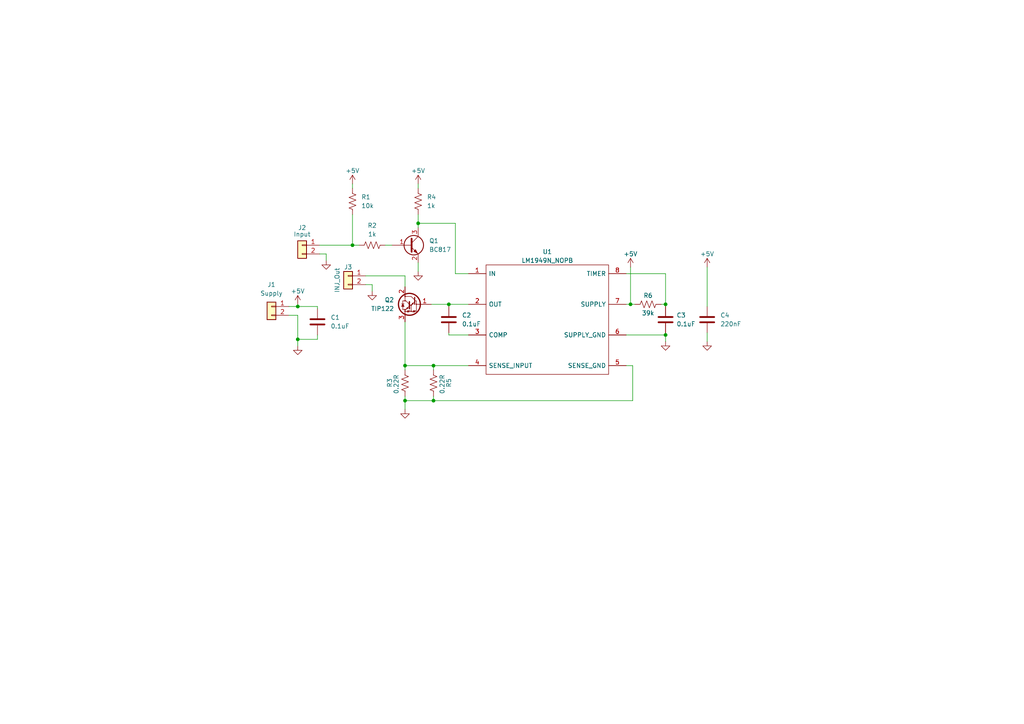
<source format=kicad_sch>
(kicad_sch (version 20211123) (generator eeschema)
  (paper "A4")
  (lib_symbols
    (symbol "Connector_Generic:Conn_01x02" (pin_names (offset 1.016) hide)
      (property "Reference" "J" (at 0 2.54 0))
      (property "Value" "Conn_01x02" (at 0 -5.08 0))
      (symbol "Conn_01x02_1_1"
        (rectangle (start -1.27 -2.413) (end 0 -2.667) (stroke (width 0.1524)))
        (rectangle (start -1.27 0.127) (end 0 -0.127) (stroke (width 0.1524)))
        (rectangle (start -1.27 1.27) (end 1.27 -3.81) (stroke (width 0.254)) (fill (type background)))
        (pin passive line (at -5.08 0 0) (length 3.81) (name "Pin_1") (number "1"))
        (pin passive line (at -5.08 -2.54 0) (length 3.81) (name "Pin_2") (number "2"))
      )
    )
    (symbol "Device:C" (pin_numbers hide) (pin_names (offset 0.254))
      (property "Reference" "C" (at 0.635 2.54 0))
      (property "Value" "C" (at 0.635 -2.54 0))
      (symbol "C_0_1"
        (polyline (pts (xy -2.032 -0.762) (xy 2.032 -0.762)) (stroke (width 0.508)))
        (polyline (pts (xy -2.032 0.762) (xy 2.032 0.762)) (stroke (width 0.508)))
      )
      (symbol "C_1_1"
        (pin passive line (at 0 3.81 270) (length 2.794) (name "~") (number "1"))
        (pin passive line (at 0 -3.81 90) (length 2.794) (name "~") (number "2"))
      )
    )
    (symbol "Device:R_US" (pin_numbers hide) (pin_names (offset 0))
      (property "Reference" "R" (at 2.54 0 90))
      (property "Value" "R_US" (at -2.54 0 90))
      (symbol "R_US_0_1"
        (polyline (pts (xy 0 -2.286) (xy 0 -2.54)))
        (polyline (pts (xy 0 2.286) (xy 0 2.54)))
        (polyline (pts (xy 0 -0.762) (xy 1.016 -1.143) (xy 0 -1.524) (xy -1.016 -1.905) (xy 0 -2.286)))
        (polyline (pts (xy 0 0.762) (xy 1.016 0.381) (xy 0 0) (xy -1.016 -0.381) (xy 0 -0.762)))
        (polyline (pts (xy 0 2.286) (xy 1.016 1.905) (xy 0 1.524) (xy -1.016 1.143) (xy 0 0.762)))
      )
      (symbol "R_US_1_1"
        (pin passive line (at 0 3.81 270) (length 1.27) (name "~") (number "1"))
        (pin passive line (at 0 -3.81 90) (length 1.27) (name "~") (number "2"))
      )
    )
    (symbol "LM1949N:LM1949N_NOPB" (pin_names (offset 0.762))
      (property "Reference" "U" (at 41.91 7.62 0))
      (property "Value" "LM1949N_NOPB" (at 41.91 5.08 0))
      (symbol "LM1949N_NOPB_0_0"
        (pin input line (at 0 0 0) (length 5.08) (name "IN") (number "1"))
        (pin output line (at 0 -8.89 0) (length 5.08) (name "OUT") (number "2"))
        (pin passive line (at 0 -17.78 0) (length 5.08) (name "COMP") (number "3"))
        (pin passive line (at 0 -26.67 0) (length 5.08) (name "SENSE_INPUT") (number "4"))
        (pin passive line (at 45.72 -26.67 180) (length 5.08) (name "SENSE_GND") (number "5"))
        (pin passive line (at 45.72 -17.78 180) (length 5.08) (name "SUPPLY_GND") (number "6"))
        (pin power_in line (at 45.72 -8.89 180) (length 5.08) (name "SUPPLY") (number "7"))
        (pin power_in line (at 45.72 0 180) (length 5.08) (name "TIMER") (number "8"))
      )
      (symbol "LM1949N_NOPB_0_1"
        (polyline (pts (xy 5.08 2.54) (xy 40.64 2.54) (xy 40.64 -29.21) (xy 5.08 -29.21) (xy 5.08 2.54)) (stroke (width 0.1524)))
      )
    )
    (symbol "Transistor_BJT:BC817" (pin_names (offset 0) hide)
      (property "Reference" "Q" (at 5.08 1.905 0))
      (property "Value" "BC817" (at 5.08 0 0))
      (symbol "BC817_0_1"
        (polyline (pts (xy 0.635 0.635) (xy 2.54 2.54)))
        (polyline (pts (xy 0.635 -0.635) (xy 2.54 -2.54) (xy 2.54 -2.54)))
        (polyline (pts (xy 0.635 1.905) (xy 0.635 -1.905) (xy 0.635 -1.905)) (stroke (width 0.508)))
        (polyline (pts (xy 1.27 -1.778) (xy 1.778 -1.27) (xy 2.286 -2.286) (xy 1.27 -1.778) (xy 1.27 -1.778)) (fill (type outline)))
        (circle (center 1.27 0) (radius 2.8194) (stroke (width 0.254)))
      )
      (symbol "BC817_1_1"
        (pin input line (at -5.08 0 0) (length 5.715) (name "B") (number "1"))
        (pin passive line (at 2.54 -5.08 90) (length 2.54) (name "E") (number "2"))
        (pin passive line (at 2.54 5.08 270) (length 2.54) (name "C") (number "3"))
      )
    )
    (symbol "Transistor_BJT:TIP122" (pin_names (offset 0) hide)
      (property "Reference" "Q" (at 5.08 1.905 0))
      (property "Value" "TIP122" (at 5.08 0 0))
      (symbol "TIP122_0_1"
        (circle (center -0.762 0) (radius 0.127))
        (polyline (pts (xy -1.27 0) (xy -0.889 0)))
        (polyline (pts (xy 2.54 -2.032) (xy 2.54 -2.54)))
        (polyline (pts (xy 2.54 -1.524) (xy 3.175 -1.524)))
        (polyline (pts (xy 2.794 0.127) (xy 3.556 0.127)))
        (polyline (pts (xy 3.175 -0.635) (xy 3.175 -1.524)))
        (polyline (pts (xy 3.175 1.016) (xy 2.54 1.016)))
        (polyline (pts (xy 3.175 1.016) (xy 3.175 0.127)))
        (polyline (pts (xy -0.254 0.762) (xy 0.762 -0.254) (xy 1.27 -0.254)))
        (polyline (pts (xy -0.254 1.016) (xy -0.762 1.016) (xy -0.762 -2.032)))
        (polyline (pts (xy -0.254 1.27) (xy 0.762 2.286) (xy 2.54 2.286)))
        (polyline (pts (xy -0.254 2.032) (xy -0.254 0) (xy -0.254 0)) (stroke (width 0.3048)))
        (polyline (pts (xy 1.27 0.762) (xy 1.27 -1.27) (xy 1.27 -1.27)) (stroke (width 0.381)))
        (polyline (pts (xy 0.635 -0.127) (xy 0.381 0.381) (xy 0.127 0.127) (xy 0.635 -0.127)))
        (polyline (pts (xy 1.27 -0.508) (xy 2.286 -1.524) (xy 2.54 -1.524) (xy 2.54 -2.032)))
        (polyline (pts (xy 1.27 0) (xy 2.286 1.016) (xy 2.54 1.016) (xy 2.54 2.286)))
        (polyline (pts (xy 2.159 -1.397) (xy 1.905 -0.889) (xy 1.651 -1.143) (xy 2.159 -1.397)))
        (polyline (pts (xy 3.175 0.127) (xy 2.794 -0.635) (xy 3.556 -0.635) (xy 3.175 0.127)) (fill (type outline)))
        (polyline (pts (xy 0.762 -2.032) (xy 0.381 -2.032) (xy 0.254 -2.286) (xy 0.127 -1.778) (xy 0 -2.286) (xy -0.127 -1.778) (xy -0.254 -2.286) (xy -0.381 -1.778) (xy -0.508 -2.032) (xy -0.762 -2.032)))
        (polyline (pts (xy 0.762 -0.254) (xy 0.762 -2.032) (xy 1.143 -2.032) (xy 1.27 -1.778) (xy 1.397 -2.286) (xy 1.524 -1.778) (xy 1.651 -2.286) (xy 1.778 -1.778) (xy 1.905 -2.286) (xy 2.032 -2.032) (xy 2.54 -2.032)))
        (circle (center 0.762 -2.032) (radius 0.127))
        (circle (center 0.762 -0.254) (radius 0.127))
        (circle (center 1.27 0) (radius 3.175) (stroke (width 0.3556)))
        (circle (center 2.54 -2.032) (radius 0.127))
        (circle (center 2.54 -1.524) (radius 0.127))
        (circle (center 2.54 1.016) (radius 0.127))
        (circle (center 2.54 2.286) (radius 0.127))
      )
      (symbol "TIP122_1_1"
        (pin input line (at -5.08 0 0) (length 3.81) (name "B") (number "1"))
        (pin passive line (at 2.54 5.08 270) (length 2.667) (name "C") (number "2"))
        (pin passive line (at 2.54 -5.08 90) (length 2.54) (name "E") (number "3"))
      )
    )
    (symbol "power:+5V" (power) (pin_names (offset 0))
      (property "Value" "+5V" (at 0 3.556 0))
      (symbol "+5V_0_1"
        (polyline (pts (xy -0.762 1.27) (xy 0 2.54)))
        (polyline (pts (xy 0 0) (xy 0 2.54)))
        (polyline (pts (xy 0 2.54) (xy 0.762 1.27)))
      )
      (symbol "+5V_1_1"
        (pin power_in line (at 0 0 90) (length 0) hide (name "+5V") (number "1"))
      )
    )
    (symbol "power:GND" (power) (pin_names (offset 0))
      (property "Value" "GND" (at 0 -3.81 0))
      (symbol "GND_0_1"
        (polyline (pts (xy 0 0) (xy 0 -1.27) (xy 1.27 -1.27) (xy 0 -2.54) (xy -1.27 -1.27) (xy 0 -1.27)))
      )
      (symbol "GND_1_1"
        (pin power_in line (at 0 0 270) (length 0) hide (name "GND") (number "1"))
      )
    )
  )
  (junction (at 102.235 71.12))
  (junction (at 193.04 88.265))
  (junction (at 86.36 98.425))
  (junction (at 86.36 88.9))
  (junction (at 121.285 64.77))
  (junction (at 125.73 116.205))
  (junction (at 117.475 116.205))
  (junction (at 193.04 97.155))
  (junction (at 130.175 88.265))
  (junction (at 125.73 106.045))
  (junction (at 182.88 88.265))
  (junction (at 117.475 106.045))
  (wire (pts (xy 135.89 79.375) (xy 132.08 79.375)))
  (wire (pts (xy 111.76 71.12) (xy 113.665 71.12)))
  (wire (pts (xy 135.89 97.155) (xy 130.175 97.155)))
  (wire (pts (xy 135.89 88.265) (xy 130.175 88.265)))
  (wire (pts (xy 86.36 98.425) (xy 86.36 91.44)))
  (wire (pts (xy 181.61 97.155) (xy 193.04 97.155)))
  (wire (pts (xy 125.73 106.045) (xy 135.89 106.045)))
  (wire (pts (xy 94.615 73.66) (xy 92.71 73.66)))
  (wire (pts (xy 117.475 93.345) (xy 117.475 106.045)))
  (wire (pts (xy 182.88 88.265) (xy 184.15 88.265)))
  (wire (pts (xy 193.04 79.375) (xy 193.04 88.265)))
  (wire (pts (xy 102.235 71.12) (xy 104.14 71.12)))
  (wire (pts (xy 193.04 88.265) (xy 193.04 88.9)))
  (wire (pts (xy 130.175 88.265) (xy 130.175 88.9)))
  (wire (pts (xy 86.36 100.33) (xy 86.36 98.425)))
  (wire (pts (xy 121.285 53.34) (xy 121.285 54.61)))
  (wire (pts (xy 94.615 75.565) (xy 94.615 73.66)))
  (wire (pts (xy 117.475 116.205) (xy 117.475 118.745)))
  (wire (pts (xy 130.175 97.155) (xy 130.175 96.52)))
  (wire (pts (xy 107.95 82.55) (xy 106.045 82.55)))
  (wire (pts (xy 181.61 79.375) (xy 193.04 79.375)))
  (wire (pts (xy 117.475 106.045) (xy 117.475 107.315)))
  (wire (pts (xy 205.105 77.47) (xy 205.105 88.9)))
  (wire (pts (xy 193.04 88.265) (xy 191.77 88.265)))
  (wire (pts (xy 181.61 106.045) (xy 183.515 106.045)))
  (wire (pts (xy 107.95 84.455) (xy 107.95 82.55)))
  (wire (pts (xy 121.285 64.77) (xy 121.285 66.04)))
  (wire (pts (xy 121.285 62.23) (xy 121.285 64.77)))
  (wire (pts (xy 125.095 88.265) (xy 130.175 88.265)))
  (wire (pts (xy 193.04 97.155) (xy 193.04 96.52)))
  (wire (pts (xy 117.475 83.185) (xy 117.475 80.01)))
  (wire (pts (xy 125.73 114.935) (xy 125.73 116.205)))
  (wire (pts (xy 86.36 91.44) (xy 83.82 91.44)))
  (wire (pts (xy 92.71 71.12) (xy 102.235 71.12)))
  (wire (pts (xy 193.04 97.155) (xy 193.04 99.06)))
  (wire (pts (xy 106.045 80.01) (xy 117.475 80.01)))
  (wire (pts (xy 132.08 64.77) (xy 121.285 64.77)))
  (wire (pts (xy 181.61 88.265) (xy 182.88 88.265)))
  (wire (pts (xy 92.075 97.155) (xy 92.075 98.425)))
  (wire (pts (xy 102.235 62.23) (xy 102.235 71.12)))
  (wire (pts (xy 125.73 107.315) (xy 125.73 106.045)))
  (wire (pts (xy 183.515 116.205) (xy 125.73 116.205)))
  (wire (pts (xy 132.08 64.77) (xy 132.08 79.375)))
  (wire (pts (xy 92.075 98.425) (xy 86.36 98.425)))
  (wire (pts (xy 205.105 96.52) (xy 205.105 99.06)))
  (wire (pts (xy 86.36 88.9) (xy 83.82 88.9)))
  (wire (pts (xy 102.235 53.34) (xy 102.235 54.61)))
  (wire (pts (xy 117.475 114.935) (xy 117.475 116.205)))
  (wire (pts (xy 92.075 88.9) (xy 86.36 88.9)))
  (wire (pts (xy 183.515 106.045) (xy 183.515 116.205)))
  (wire (pts (xy 182.88 77.47) (xy 182.88 88.265)))
  (wire (pts (xy 117.475 106.045) (xy 125.73 106.045)))
  (wire (pts (xy 121.285 76.2) (xy 121.285 78.74)))
  (wire (pts (xy 86.36 88.265) (xy 86.36 88.9)))
  (wire (pts (xy 92.075 89.535) (xy 92.075 88.9)))
  (wire (pts (xy 125.73 116.205) (xy 117.475 116.205)))
  (symbol (lib_id "Device:R_US") (at 102.235 58.42 0) (unit 1)
    (property "Reference" "R1" (at 104.775 57.1499 0) (effects (justify left)))
    (property "Value" "10k" (at 104.775 59.6899 0) (effects (justify left)))
    (property "Footprint" "Resistor_SMD:R_0805_2012Metric_Pad1.20x1.40mm_HandSolder" (effects hide))
    (property "JLC Pt. Num" "C416062" (effects hide))
  )
  (symbol (lib_id "power:GND") (at 205.105 99.06 0) (unit 1)
    (property "Reference" "#PWR010" (effects hide))
    (property "Value" "GND" (effects hide))
  )
  (symbol (lib_id "Device:C") (at 130.175 92.71 0) (unit 1)
    (property "Reference" "C2" (at 133.985 91.4399 0) (effects (justify left)))
    (property "Value" "0.1uF" (at 133.985 93.9799 0) (effects (justify left)))
    (property "Footprint" "Capacitor_SMD:C_0805_2012Metric_Pad1.18x1.45mm_HandSolder" (effects hide))
    (property "JLC Pt. Num" "C126469" (effects hide))
  )
  (symbol (lib_id "Device:C") (at 193.04 92.71 0) (unit 1)
    (property "Reference" "C3" (at 196.215 91.4399 0) (effects (justify left)))
    (property "Value" "0.1uF" (at 196.215 93.9799 0) (effects (justify left)))
    (property "Footprint" "Capacitor_SMD:C_0805_2012Metric_Pad1.18x1.45mm_HandSolder" (effects hide))
    (property "JLC Pt. Num" "C126469" (effects hide))
  )
  (symbol (lib_id "Transistor_BJT:BC817") (at 118.745 71.12 0) (unit 1)
    (property "Reference" "Q1" (at 124.46 69.8499 0) (effects (justify left)))
    (property "Value" "BC817" (at 124.46 72.3899 0) (effects (justify left)))
    (property "Footprint" "Package_TO_SOT_SMD:SOT-23" (effects hide))
    (property "Datasheet" "https://www.onsemi.com/pub/Collateral/BC818-D.pdf" (effects hide))
    (property "JLC Pt. Num" "C475629" (effects hide))
  )
  (symbol (lib_id "power:+5V") (at 86.36 88.265 0) (unit 1)
    (property "Reference" "#PWR01" (effects hide))
    (property "Value" "+5V" (at 86.36 84.455 0))
  )
  (symbol (lib_id "Device:C") (at 92.075 93.345 0) (unit 1)
    (property "Reference" "C1" (at 95.885 92.0749 0) (effects (justify left)))
    (property "Value" "0.1uF" (at 95.885 94.6149 0) (effects (justify left)))
    (property "Footprint" "Capacitor_SMD:C_0805_2012Metric_Pad1.18x1.45mm_HandSolder" (effects hide))
    (property "JLC Pt. Num" "C126469" (effects hide))
  )
  (symbol (lib_id "Device:R_US") (at 121.285 58.42 0) (unit 1)
    (property "Reference" "R4" (at 123.825 57.1499 0) (effects (justify left)))
    (property "Value" "1k" (at 123.825 59.6899 0) (effects (justify left)))
    (property "Footprint" "Resistor_SMD:R_0805_2012Metric_Pad1.20x1.40mm_HandSolder" (effects hide))
    (property "JLC Pt. Num" "C100046" (effects hide))
  )
  (symbol (lib_id "LM1949N:LM1949N_NOPB") (at 135.89 79.375 0) (unit 1)
    (property "Reference" "U1" (at 158.75 73.025 0))
    (property "Value" "LM1949N_NOPB" (at 158.75 75.565 0))
    (property "Footprint" "Package_DIP:DIP-8_W7.62mm_LongPads" (effects hide))
    (property "Datasheet" "http://www.ti.com/lit/gpn/lm1949" (effects hide))
    (property "JLC Pt. Num" "NC" (effects hide))
  )
  (symbol (lib_id "power:+5V") (at 205.105 77.47 0) (unit 1)
    (property "Reference" "#PWR09" (effects hide))
    (property "Value" "+5V" (at 205.105 73.66 0))
  )
  (symbol (lib_id "power:+5V") (at 121.285 53.34 0) (unit 1)
    (property "Reference" "#PWR05" (effects hide))
    (property "Value" "+5V" (at 121.285 49.53 0))
  )
  (symbol (lib_id "power:+5V") (at 102.235 53.34 0) (unit 1)
    (property "Reference" "#PWR03" (effects hide))
    (property "Value" "+5V" (at 102.235 49.53 0))
  )
  (symbol (lib_id "power:GND") (at 193.04 99.06 0) (unit 1)
    (property "Reference" "#PWR08" (effects hide))
    (property "Value" "GND" (effects hide))
  )
  (symbol (lib_id "power:GND") (at 107.95 84.455 0) (unit 1)
    (property "Reference" "#PWR0101" (effects hide))
    (property "Value" "GND" (effects hide))
  )
  (symbol (lib_id "Connector_Generic:Conn_01x02") (at 87.63 71.12 0) (mirror y) (unit 1)
    (property "Reference" "J2" (at 87.63 66.04 0))
    (property "Value" "Input" (at 87.63 67.945 0))
    (property "Footprint" "TerminalBlock_Phoenix:TerminalBlock_Phoenix_PT-1,5-2-5.0-H_1x02_P5.00mm_Horizontal" (effects hide))
    (property "JLC Pt. Num" "NC" (effects hide))
  )
  (symbol (lib_id "Device:R_US") (at 187.96 88.265 90) (unit 1)
    (property "Reference" "R6" (at 187.96 85.725 90))
    (property "Value" "39k" (at 187.96 90.805 90))
    (property "Footprint" "Resistor_SMD:R_0805_2012Metric_Pad1.20x1.40mm_HandSolder" (effects hide))
    (property "JLC Pt. Num" "C416101" (effects hide))
  )
  (symbol (lib_id "power:+5V") (at 182.88 77.47 0) (unit 1)
    (property "Reference" "#PWR07" (effects hide))
    (property "Value" "+5V" (at 182.88 73.66 0))
  )
  (symbol (lib_id "power:GND") (at 94.615 75.565 0) (unit 1)
    (property "Reference" "#PWR0102" (effects hide))
    (property "Value" "GND" (effects hide))
  )
  (symbol (lib_id "Device:C") (at 205.105 92.71 0) (unit 1)
    (property "Reference" "C4" (at 208.915 91.4399 0) (effects (justify left)))
    (property "Value" "220nF" (at 208.915 93.9799 0) (effects (justify left)))
    (property "Footprint" "Capacitor_Tantalum_SMD:CP_EIA-3216-18_Kemet-A_Pad1.58x1.35mm_HandSolder" (effects hide))
    (property "JLC Pt. Num" "C11364" (effects hide))
  )
  (symbol (lib_id "Device:R_US") (at 117.475 111.125 0) (unit 1)
    (property "Reference" "R3" (at 113.03 112.395 90) (effects (justify left)))
    (property "Value" "0.22R" (at 114.935 114.3 90) (effects (justify left)))
    (property "Footprint" "Resistor_SMD:R_0805_2012Metric_Pad1.20x1.40mm_HandSolder" (effects hide))
    (property "JLC Pt. Num" "C2934262" (effects hide))
  )
  (symbol (lib_id "power:GND") (at 86.36 100.33 0) (unit 1)
    (property "Reference" "#PWR02" (effects hide))
    (property "Value" "GND" (effects hide))
  )
  (symbol (lib_id "Device:R_US") (at 125.73 111.125 0) (unit 1)
    (property "Reference" "R5" (at 130.175 112.395 90) (effects (justify left)))
    (property "Value" "0.22R" (at 128.27 114.3 90) (effects (justify left)))
    (property "Footprint" "Resistor_SMD:R_0805_2012Metric_Pad1.20x1.40mm_HandSolder" (effects hide))
    (property "JLC Pt. Num" "C2934262" (effects hide))
  )
  (symbol (lib_id "Connector_Generic:Conn_01x02") (at 100.965 80.01 0) (mirror y) (unit 1)
    (property "Reference" "J3" (at 100.965 77.47 0))
    (property "Value" "INJ_Out" (at 97.79 81.28 90))
    (property "Footprint" "TerminalBlock_Phoenix:TerminalBlock_Phoenix_PT-1,5-2-5.0-H_1x02_P5.00mm_Horizontal" (effects hide))
    (property "JLC Pt. Num" "NC" (effects hide))
  )
  (symbol (lib_id "Transistor_BJT:TIP122") (at 120.015 88.265 0) (mirror y) (unit 1)
    (property "Reference" "Q2" (at 114.3 86.9949 0) (effects (justify left)))
    (property "Value" "TIP122" (at 114.3 89.5349 0) (effects (justify left)))
    (property "Footprint" "Package_TO_SOT_THT:TO-220-3_Vertical" (effects hide))
    (property "Datasheet" "https://www.onsemi.com/pub/Collateral/TIP120-D.PDF" (effects hide))
    (property "JLC Pt. Num" "C16283" (effects hide))
  )
  (symbol (lib_id "Connector_Generic:Conn_01x02") (at 78.74 88.9 0) (mirror y) (unit 1)
    (property "Reference" "J1" (at 78.74 82.55 0))
    (property "Value" "Supply" (at 78.74 85.09 0))
    (property "Footprint" "TerminalBlock_Phoenix:TerminalBlock_Phoenix_PT-1,5-2-5.0-H_1x02_P5.00mm_Horizontal" (effects hide))
    (property "JLC Pt. Num" "NC" (effects hide))
  )
  (symbol (lib_id "Device:R_US") (at 107.95 71.12 90) (unit 1)
    (property "Reference" "R2" (at 107.95 65.405 90))
    (property "Value" "1k" (at 107.95 67.945 90))
    (property "Footprint" "Resistor_SMD:R_0805_2012Metric_Pad1.20x1.40mm_HandSolder" (effects hide))
    (property "JLC Pt. Num" "C100046" (effects hide))
  )
  (symbol (lib_id "power:GND") (at 121.285 78.74 0) (unit 1)
    (property "Reference" "#PWR06" (effects hide))
    (property "Value" "GND" (effects hide))
  )
  (symbol (lib_id "power:GND") (at 117.475 118.745 0) (unit 1)
    (property "Reference" "#PWR04" (effects hide))
    (property "Value" "GND" (effects hide))
  )
)
</source>
